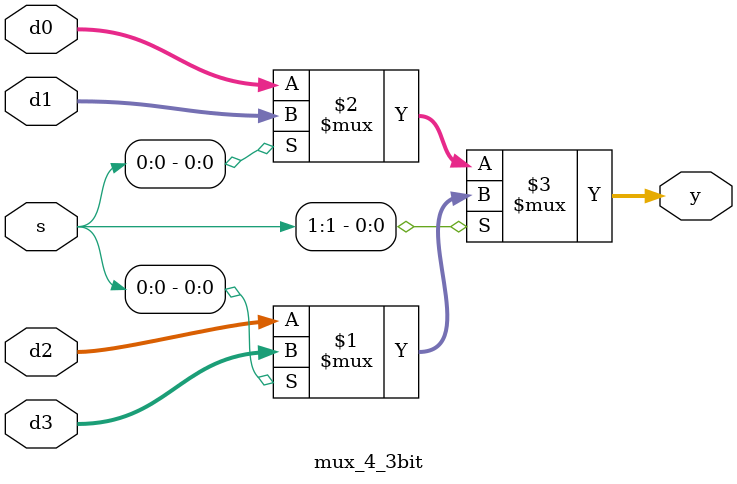
<source format=sv>
`timescale 1ns / 1ps


module mux_4_3bit(
    input logic [2:0] d0, d1, d2, d3,
    input logic [1:0] s,
    output logic [2:0] y);
    
    assign y = s[1] ?
    (s[0] ? d3 : d2):
    (s[0] ? d1 : d0);
endmodule

</source>
